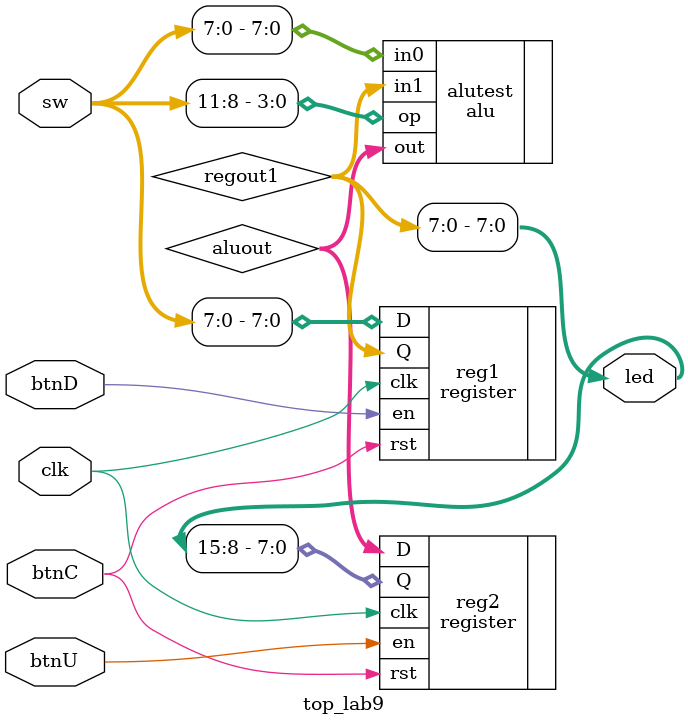
<source format=sv>
`timescale 1ns / 1ps
module top_lab9(input btnU, btnD,
    input [11:0] sw,
    input clk, btnC,
    output [15:0] led);
    
    wire [7:0] regout1;
    register #(.N(8)) reg1(.D(sw[7:0]), .clk(clk), .en(btnD), .rst(btnC), .Q(regout1));
    
    wire [7:0] aluout;
    alu #(.N(8)) alutest(.out(aluout), .in0(sw[7:0]), .in1(regout1), .op(sw[11:8]));
    
    register #(.N(8)) reg2(.D(aluout), .clk(clk), .en(btnU), .rst(btnC), .Q(led[15:8]));
    
    assign led[7:0] = regout1;
endmodule

</source>
